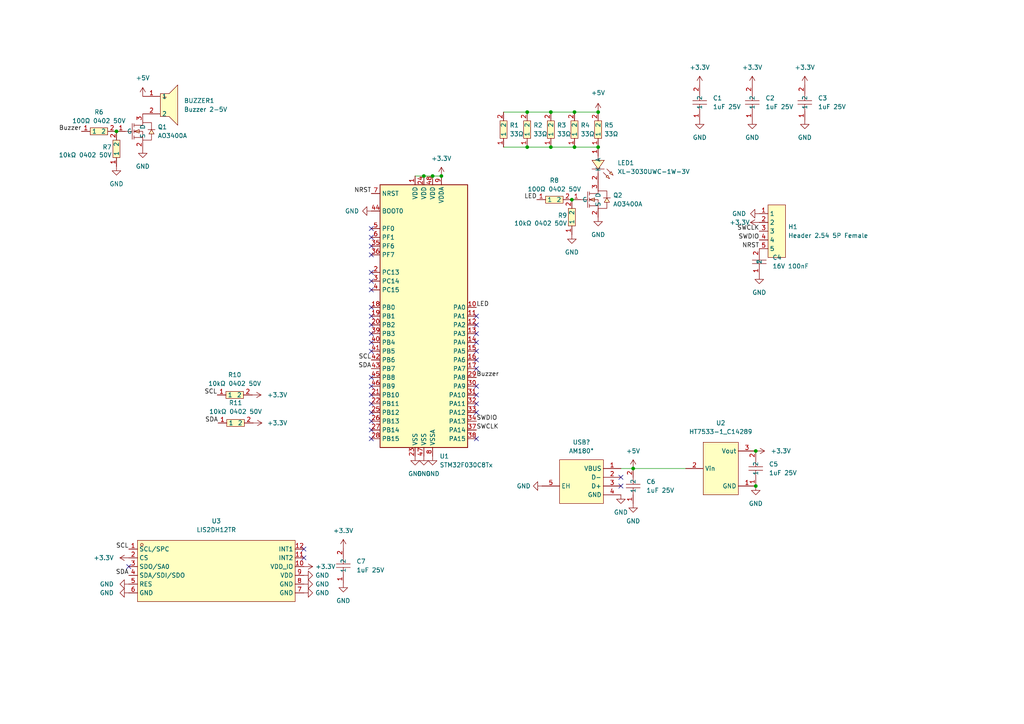
<source format=kicad_sch>
(kicad_sch (version 20211123) (generator eeschema)
  (paper "A4")
  (lib_symbols
    (symbol "MCU_ST_STM32F0:STM32F030C8Tx"
      (property "Reference" "U" (at -12.7 39.37 0))
      (property "Value" "STM32F030C8Tx" (at 7.62 39.37 0))
      (symbol "STM32F030C8Tx_0_1"
        (rectangle (start -12.7 -38.1) (end 12.7 38.1) (stroke (width 0.254)) (fill (type background)))
      )
      (symbol "STM32F030C8Tx_1_1"
        (pin power_in line (at -2.54 40.64 270) (length 2.54) (name "VDD") (number "1"))
        (pin bidirectional line (at 15.24 2.54 180) (length 2.54) (name "PA0") (number "10"))
        (pin bidirectional line (at 15.24 0 180) (length 2.54) (name "PA1") (number "11"))
        (pin bidirectional line (at 15.24 -2.54 180) (length 2.54) (name "PA2") (number "12"))
        (pin bidirectional line (at 15.24 -5.08 180) (length 2.54) (name "PA3") (number "13"))
        (pin bidirectional line (at 15.24 -7.62 180) (length 2.54) (name "PA4") (number "14"))
        (pin bidirectional line (at 15.24 -10.16 180) (length 2.54) (name "PA5") (number "15"))
        (pin bidirectional line (at 15.24 -12.7 180) (length 2.54) (name "PA6") (number "16"))
        (pin bidirectional line (at 15.24 -15.24 180) (length 2.54) (name "PA7") (number "17"))
        (pin bidirectional line (at -15.24 2.54 0) (length 2.54) (name "PB0") (number "18"))
        (pin bidirectional line (at -15.24 0 0) (length 2.54) (name "PB1") (number "19"))
        (pin bidirectional line (at -15.24 12.7 0) (length 2.54) (name "PC13") (number "2"))
        (pin bidirectional line (at -15.24 -2.54 0) (length 2.54) (name "PB2") (number "20"))
        (pin bidirectional line (at -15.24 -22.86 0) (length 2.54) (name "PB10") (number "21"))
        (pin bidirectional line (at -15.24 -25.4 0) (length 2.54) (name "PB11") (number "22"))
        (pin power_in line (at -2.54 -40.64 90) (length 2.54) (name "VSS") (number "23"))
        (pin power_in line (at 0 40.64 270) (length 2.54) (name "VDD") (number "24"))
        (pin bidirectional line (at -15.24 -27.94 0) (length 2.54) (name "PB12") (number "25"))
        (pin bidirectional line (at -15.24 -30.48 0) (length 2.54) (name "PB13") (number "26"))
        (pin bidirectional line (at -15.24 -33.02 0) (length 2.54) (name "PB14") (number "27"))
        (pin bidirectional line (at -15.24 -35.56 0) (length 2.54) (name "PB15") (number "28"))
        (pin bidirectional line (at 15.24 -17.78 180) (length 2.54) (name "PA8") (number "29"))
        (pin bidirectional line (at -15.24 10.16 0) (length 2.54) (name "PC14") (number "3"))
        (pin bidirectional line (at 15.24 -20.32 180) (length 2.54) (name "PA9") (number "30"))
        (pin bidirectional line (at 15.24 -22.86 180) (length 2.54) (name "PA10") (number "31"))
        (pin bidirectional line (at 15.24 -25.4 180) (length 2.54) (name "PA11") (number "32"))
        (pin bidirectional line (at 15.24 -27.94 180) (length 2.54) (name "PA12") (number "33"))
        (pin bidirectional line (at 15.24 -30.48 180) (length 2.54) (name "PA13") (number "34"))
        (pin bidirectional line (at -15.24 20.32 0) (length 2.54) (name "PF6") (number "35"))
        (pin bidirectional line (at -15.24 17.78 0) (length 2.54) (name "PF7") (number "36"))
        (pin bidirectional line (at 15.24 -33.02 180) (length 2.54) (name "PA14") (number "37"))
        (pin bidirectional line (at 15.24 -35.56 180) (length 2.54) (name "PA15") (number "38"))
        (pin bidirectional line (at -15.24 -5.08 0) (length 2.54) (name "PB3") (number "39"))
        (pin bidirectional line (at -15.24 7.62 0) (length 2.54) (name "PC15") (number "4"))
        (pin bidirectional line (at -15.24 -7.62 0) (length 2.54) (name "PB4") (number "40"))
        (pin bidirectional line (at -15.24 -10.16 0) (length 2.54) (name "PB5") (number "41"))
        (pin bidirectional line (at -15.24 -12.7 0) (length 2.54) (name "PB6") (number "42"))
        (pin bidirectional line (at -15.24 -15.24 0) (length 2.54) (name "PB7") (number "43"))
        (pin input line (at -15.24 30.48 0) (length 2.54) (name "BOOT0") (number "44"))
        (pin bidirectional line (at -15.24 -17.78 0) (length 2.54) (name "PB8") (number "45"))
        (pin bidirectional line (at -15.24 -20.32 0) (length 2.54) (name "PB9") (number "46"))
        (pin power_in line (at 0 -40.64 90) (length 2.54) (name "VSS") (number "47"))
        (pin power_in line (at 2.54 40.64 270) (length 2.54) (name "VDD") (number "48"))
        (pin input line (at -15.24 25.4 0) (length 2.54) (name "PF0") (number "5"))
        (pin input line (at -15.24 22.86 0) (length 2.54) (name "PF1") (number "6"))
        (pin input line (at -15.24 35.56 0) (length 2.54) (name "NRST") (number "7"))
        (pin power_in line (at 2.54 -40.64 90) (length 2.54) (name "VSSA") (number "8"))
        (pin power_in line (at 5.08 40.64 270) (length 2.54) (name "VDDA") (number "9"))
      )
    )
    (symbol "easyeda2kicad:100Ω 0402 50V"
      (property "Reference" "R" (at 0 5.08 0))
      (property "Value" "100Ω 0402 50V" (at 0 -5.08 0))
      (symbol "100Ω 0402 50V_0_1"
        (rectangle (start -2.54 1.02) (end 2.54 -1.02) (fill (type background)))
        (pin input line (at -5.08 0 0) (length 2.54) (name "1") (number "1"))
        (pin input line (at 5.08 0 180) (length 2.54) (name "2") (number "2"))
      )
    )
    (symbol "easyeda2kicad:10kΩ 0402 50V"
      (property "Reference" "R" (at 0 5.08 0))
      (property "Value" "10kΩ 0402 50V" (at 0 -5.08 0))
      (symbol "10kΩ 0402 50V_0_1"
        (rectangle (start -2.54 1.02) (end 2.54 -1.02) (fill (type background)))
        (pin input line (at -5.08 0 0) (length 2.54) (name "1") (number "1"))
        (pin input line (at 5.08 0 180) (length 2.54) (name "2") (number "2"))
      )
    )
    (symbol "easyeda2kicad:33Ω 0805 150V"
      (property "Reference" "R" (at 0 5.08 0))
      (property "Value" "33Ω 0805 150V" (at 0 -5.08 0))
      (symbol "33Ω 0805 150V_0_1"
        (rectangle (start -2.54 1.02) (end 2.54 -1.02) (fill (type background)))
        (pin input line (at -5.08 0 0) (length 2.54) (name "1") (number "1"))
        (pin input line (at 5.08 0 180) (length 2.54) (name "2") (number "2"))
      )
    )
    (symbol "easyeda2kicad:AM180°"
      (property "Reference" "USB" (at 0 10.16 0))
      (property "Value" "AM 180°" (at 0 -7.62 0))
      (symbol "AM180°_0_1"
        (rectangle (start -7.62 7.62) (end 5.08 -5.08) (fill (type background)))
        (pin input line (at 10.16 5.08 180) (length 5.08) (name "VBUS") (number "1"))
        (pin input line (at 10.16 2.54 180) (length 5.08) (name "D-") (number "2"))
        (pin input line (at 10.16 0 180) (length 5.08) (name "D+") (number "3"))
        (pin input line (at 10.16 -2.54 180) (length 5.08) (name "GND") (number "4"))
        (pin input line (at -12.7 0 0) (length 5.08) (name "EH") (number "5"))
      )
    )
    (symbol "easyeda2kicad:AO3400A"
      (property "Reference" "Q" (at 0 10.16 0))
      (property "Value" "AO3400A" (at 0 -10.16 0))
      (symbol "AO3400A_0_1"
        (polyline (pts (xy -2.54 0) (xy -0.51 0)))
        (polyline (pts (xy -0.51 2.29) (xy -0.51 -2.29)))
        (polyline (pts (xy 0 -2.29) (xy 0 -1.27)))
        (polyline (pts (xy 0 -0.51) (xy 0 0.51)))
        (polyline (pts (xy 0 2.29) (xy 0 1.27)))
        (polyline (pts (xy 2.54 -1.78) (xy 0 -1.78)))
        (polyline (pts (xy 0 0) (xy 1.52 -0.51) (xy 1.52 0.51) (xy 0 0)) (fill (type background)))
        (polyline (pts (xy 5.08 0.51) (xy 4.32 -0.76) (xy 5.84 -0.76) (xy 5.08 0.51)) (fill (type background)))
        (polyline (pts (xy 6.1 0.51) (xy 5.59 0.51) (xy 4.57 0.51) (xy 4.06 0.51)))
        (polyline (pts (xy 0 0) (xy 2.54 0) (xy 2.54 -2.54) (xy 5.08 -2.54) (xy 5.08 -0.76)))
        (polyline (pts (xy 0 1.78) (xy 2.54 1.78) (xy 2.54 2.54) (xy 5.08 2.54) (xy 5.08 0.51)))
        (pin unspecified line (at -5.08 0 0) (length 2.54) (name "G") (number "1"))
        (pin unspecified line (at 2.54 -5.08 90) (length 2.54) (name "S") (number "2"))
        (pin unspecified line (at 2.54 5.08 270) (length 2.54) (name "D") (number "3"))
      )
    )
    (symbol "easyeda2kicad:Buzzer 2-5V"
      (property "Reference" "BUZZER" (at 0 7.62 0))
      (property "Value" "Buzzer 2-5V" (at 0 -7.62 0))
      (symbol "Buzzer 2-5V_0_1"
        (polyline (pts (xy 0.76 2.29) (xy 1.78 2.29)))
        (polyline (pts (xy 1.27 2.79) (xy 1.27 1.78)))
        (polyline (pts (xy 0 1.78) (xy 0 -3.3) (xy 2.54 -3.3) (xy 5.08 -5.84) (xy 5.08 5.84) (xy 2.54 3.3) (xy 0 3.3) (xy 0 1.78)) (fill (type background)))
        (pin unspecified line (at -5.08 2.54 0) (length 5.08) (name "1") (number "1"))
        (pin unspecified line (at -5.08 -2.54 0) (length 5.08) (name "2") (number "2"))
      )
    )
    (symbol "easyeda2kicad:CL05A105KA5NQNC"
      (property "Reference" "C" (at 0 5.08 0))
      (property "Value" "CL05A105KA5NQNC" (at 0 -5.08 0))
      (symbol "CL05A105KA5NQNC_0_1"
        (polyline (pts (xy -0.51 -2.03) (xy -0.51 2.03)))
        (polyline (pts (xy -0.51 0) (xy -2.54 0)))
        (polyline (pts (xy 0.51 2.03) (xy 0.51 -2.03)))
        (polyline (pts (xy 2.54 0) (xy 0.51 0)))
        (pin unspecified line (at -5.08 0 0) (length 2.54) (name "1") (number "1"))
        (pin unspecified line (at 5.08 0 180) (length 2.54) (name "2") (number "2"))
      )
    )
    (symbol "easyeda2kicad:CL05B104KO5NNNC"
      (property "Reference" "C" (at 0 5.08 0))
      (property "Value" "CL05B104KO5NNNC" (at 0 -5.08 0))
      (symbol "CL05B104KO5NNNC_0_1"
        (polyline (pts (xy -1.27 0) (xy -0.51 0)))
        (polyline (pts (xy -0.51 2.03) (xy -0.51 -2.03)))
        (polyline (pts (xy 0.51 0) (xy 1.27 0)))
        (polyline (pts (xy 0.51 2.03) (xy 0.51 -2.03)))
        (pin input line (at -3.81 0 0) (length 2.54) (name "1") (number "1"))
        (pin input line (at 3.81 0 180) (length 2.54) (name "2") (number "2"))
      )
    )
    (symbol "easyeda2kicad:HT7533-1_C14289"
      (property "Reference" "U" (at 0 10.16 0))
      (property "Value" "HT7533-1_C14289" (at 0 -10.16 0))
      (symbol "HT7533-1_C14289_0_1"
        (rectangle (start -5.08 7.62) (end 5.08 -7.62) (fill (type background)))
        (pin unspecified line (at 10.16 -5.08 180) (length 5.08) (name "GND") (number "1"))
        (pin unspecified line (at -10.16 0 0) (length 5.08) (name "Vin") (number "2"))
        (pin unspecified line (at 10.16 5.08 180) (length 5.08) (name "Vout") (number "3"))
      )
    )
    (symbol "easyeda2kicad:Header 2.54 5P Female"
      (property "Reference" "H" (at 0 10.16 0))
      (property "Value" "Header 2.54 5P Female" (at 0 -10.16 0))
      (symbol "Header 2.54 5P Female_0_1"
        (rectangle (start -1.27 7.62) (end 3.81 -7.62) (fill (type background)))
        (pin input line (at -3.81 5.08 0) (length 2.54) (name "1") (number "1"))
        (pin input line (at -3.81 2.54 0) (length 2.54) (name "2") (number "2"))
        (pin input line (at -3.81 0 0) (length 2.54) (name "3") (number "3"))
        (pin input line (at -3.81 -2.54 0) (length 2.54) (name "4") (number "4"))
        (pin input line (at -3.81 -5.08 0) (length 2.54) (name "5") (number "5"))
      )
    )
    (symbol "easyeda2kicad:LIS2DH12TR"
      (property "Reference" "U" (at 0 11.43 0))
      (property "Value" "LIS2DH12TR" (at 0 -11.43 0))
      (symbol "LIS2DH12TR_0_1"
        (rectangle (start -22.86 8.89) (end 22.86 -8.89) (fill (type background)))
        (circle (center -21.59 7.62) (radius 0.38))
        (pin unspecified line (at -25.4 6.35 0) (length 2.54) (name "SCL/SPC") (number "1"))
        (pin unspecified line (at 25.4 1.27 180) (length 2.54) (name "VDD_IO") (number "10"))
        (pin unspecified line (at 25.4 3.81 180) (length 2.54) (name "INT2") (number "11"))
        (pin unspecified line (at 25.4 6.35 180) (length 2.54) (name "INT1") (number "12"))
        (pin unspecified line (at -25.4 3.81 0) (length 2.54) (name "CS") (number "2"))
        (pin unspecified line (at -25.4 1.27 0) (length 2.54) (name "SDO/SA0") (number "3"))
        (pin unspecified line (at -25.4 -1.27 0) (length 2.54) (name "SDA/SDI/SDO") (number "4"))
        (pin unspecified line (at -25.4 -3.81 0) (length 2.54) (name "RES") (number "5"))
        (pin unspecified line (at -25.4 -6.35 0) (length 2.54) (name "GND") (number "6"))
        (pin unspecified line (at 25.4 -6.35 180) (length 2.54) (name "GND") (number "7"))
        (pin unspecified line (at 25.4 -3.81 180) (length 2.54) (name "GND") (number "8"))
        (pin unspecified line (at 25.4 -1.27 180) (length 2.54) (name "VDD") (number "9"))
      )
    )
    (symbol "easyeda2kicad:XL-3030UWC-1W-3V"
      (property "Reference" "LED" (at 0 5.08 0))
      (property "Value" "XL-3030UWC-1W-3V" (at 0 -5.08 0))
      (symbol "XL-3030UWC-1W-3V_0_1"
        (polyline (pts (xy -2.54 0) (xy -1.27 0)))
        (polyline (pts (xy 1.27 0) (xy 2.54 0)))
        (polyline (pts (xy 1.27 1.78) (xy 1.27 -1.78)))
        (polyline (pts (xy 1.27 2.54) (xy 2.29 3.56) (xy 1.27 2.54)) (fill (type background)))
        (polyline (pts (xy 2.29 1.52) (xy 3.3 2.54) (xy 2.29 1.52)) (fill (type background)))
        (polyline (pts (xy -1.27 1.78) (xy 1.27 0) (xy -1.27 -1.78) (xy -1.27 1.78)) (fill (type background)))
        (polyline (pts (xy 3.05 4.32) (xy 2.03 3.81) (xy 2.54 3.3) (xy 3.05 4.32)) (fill (type background)))
        (polyline (pts (xy 4.06 3.3) (xy 3.05 2.79) (xy 3.56 2.29) (xy 4.06 3.3)) (fill (type background)))
        (pin unspecified line (at -5.08 0 0) (length 2.54) (name "A") (number "1"))
        (pin unspecified line (at 5.08 0 180) (length 2.54) (name "K") (number "2"))
      )
    )
    (symbol "power:+3.3V" (power) (pin_names (offset 0))
      (property "Value" "+3.3V" (at 0 3.556 0))
      (symbol "+3.3V_0_1"
        (polyline (pts (xy -0.762 1.27) (xy 0 2.54)))
        (polyline (pts (xy 0 0) (xy 0 2.54)))
        (polyline (pts (xy 0 2.54) (xy 0.762 1.27)))
      )
      (symbol "+3.3V_1_1"
        (pin power_in line (at 0 0 90) (length 0) hide (name "+3.3V") (number "1"))
      )
    )
    (symbol "power:+5V" (power) (pin_names (offset 0))
      (property "Value" "+5V" (at 0 3.556 0))
      (symbol "+5V_0_1"
        (polyline (pts (xy -0.762 1.27) (xy 0 2.54)))
        (polyline (pts (xy 0 0) (xy 0 2.54)))
        (polyline (pts (xy 0 2.54) (xy 0.762 1.27)))
      )
      (symbol "+5V_1_1"
        (pin power_in line (at 0 0 90) (length 0) hide (name "+5V") (number "1"))
      )
    )
    (symbol "power:GND" (power) (pin_names (offset 0))
      (property "Value" "GND" (at 0 -3.81 0))
      (symbol "GND_0_1"
        (polyline (pts (xy 0 0) (xy 0 -1.27) (xy 1.27 -1.27) (xy 0 -2.54) (xy -1.27 -1.27) (xy 0 -1.27)))
      )
      (symbol "GND_1_1"
        (pin power_in line (at 0 0 270) (length 0) hide (name "GND") (number "1"))
      )
    )
  )
  (junction (at 166.624 32.512))
  (junction (at 219.202 130.81))
  (junction (at 152.908 42.672))
  (junction (at 128.016 51.054))
  (junction (at 173.482 42.672))
  (junction (at 159.766 42.672))
  (junction (at 166.624 42.672))
  (junction (at 122.936 51.054))
  (junction (at 183.642 135.89))
  (junction (at 219.202 140.97))
  (junction (at 152.908 32.512))
  (junction (at 173.482 32.512))
  (junction (at 165.862 57.912))
  (junction (at 125.476 51.054))
  (junction (at 159.766 32.512))
  (junction (at 33.782 38.1))
  (no_connect (at 180.086 140.97))
  (no_connect (at 107.696 99.314))
  (no_connect (at 107.696 84.074))
  (no_connect (at 138.176 94.234))
  (no_connect (at 107.696 94.234))
  (no_connect (at 107.696 117.094))
  (no_connect (at 138.176 91.694))
  (no_connect (at 138.176 99.314))
  (no_connect (at 88.138 159.258))
  (no_connect (at 107.696 124.714))
  (no_connect (at 138.176 119.634))
  (no_connect (at 107.696 81.534))
  (no_connect (at 107.696 114.554))
  (no_connect (at 37.338 164.338))
  (no_connect (at 107.696 68.834))
  (no_connect (at 107.696 91.694))
  (no_connect (at 107.696 122.174))
  (no_connect (at 138.176 114.554))
  (no_connect (at 138.176 104.394))
  (no_connect (at 107.696 101.854))
  (no_connect (at 107.696 78.994))
  (no_connect (at 107.696 127.254))
  (no_connect (at 180.086 138.43))
  (no_connect (at 138.176 117.094))
  (no_connect (at 107.696 89.154))
  (no_connect (at 138.176 96.774))
  (no_connect (at 107.696 112.014))
  (no_connect (at 107.696 119.634))
  (no_connect (at 107.696 66.294))
  (no_connect (at 107.696 96.774))
  (no_connect (at 138.176 101.854))
  (no_connect (at 107.696 109.474))
  (no_connect (at 138.176 112.014))
  (no_connect (at 138.176 127.254))
  (no_connect (at 107.696 73.914))
  (no_connect (at 107.696 71.374))
  (no_connect (at 138.176 106.934))
  (no_connect (at 88.138 161.798))
  (wire (pts (xy 152.908 42.672) (xy 159.766 42.672)))
  (wire (pts (xy 183.642 135.89) (xy 198.882 135.89)))
  (wire (pts (xy 146.05 42.672) (xy 152.908 42.672)))
  (wire (pts (xy 120.396 51.054) (xy 122.936 51.054)))
  (wire (pts (xy 166.624 42.672) (xy 173.482 42.672)))
  (wire (pts (xy 159.766 32.512) (xy 166.624 32.512)))
  (wire (pts (xy 146.05 32.512) (xy 152.908 32.512)))
  (wire (pts (xy 166.624 32.512) (xy 173.482 32.512)))
  (wire (pts (xy 152.908 32.512) (xy 159.766 32.512)))
  (wire (pts (xy 159.766 42.672) (xy 166.624 42.672)))
  (wire (pts (xy 122.936 51.054) (xy 125.476 51.054)))
  (wire (pts (xy 125.476 51.054) (xy 128.016 51.054)))
  (wire (pts (xy 180.086 135.89) (xy 183.642 135.89)))
  (label "Buzzer" (at 23.622 38.1 180))
  (label "SWCLK" (at 138.176 124.714 0))
  (label "SWCLK" (at 220.218 67.056 180))
  (label "NRST" (at 107.696 56.134 180))
  (label "LED" (at 155.702 57.912 180))
  (label "SWDIO" (at 220.218 69.596 180))
  (label "SDA" (at 107.696 106.934 180))
  (label "SDA" (at 63.246 122.682 180))
  (label "SCL" (at 107.696 104.394 180))
  (label "SCL" (at 62.992 114.554 180))
  (label "SWDIO" (at 138.176 122.174 0))
  (label "NRST" (at 220.218 72.136 180))
  (label "Buzzer" (at 138.176 109.474 0))
  (label "SDA" (at 37.338 166.878 180))
  (label "LED" (at 138.176 89.154 0))
  (label "SCL" (at 37.338 159.258 180))
  (symbol (lib_id "easyeda2kicad:CL05A105KA5NQNC") (at 219.202 135.89 90) (unit 1)
    (property "Reference" "C5" (at 223.012 134.6199 90) (effects (justify right)))
    (property "Value" "1uF 25V" (at 223.012 137.1599 90) (effects (justify right)))
    (property "Footprint" "easyeda2kicad:C0402" (effects hide))
    (property "Datasheet" "https://lcsc.com/product-detail/Multilayer-Ceramic-Capacitors-MLCC-SMD-SMT_SAMSUNG_CL05A105KA5NQNC_1uF-105-10-25V_C52923.html" (effects hide))
    (property "Manufacturer" "SAMSUNG(三星)" (effects hide))
    (property "LCSC Part" "C52923" (effects hide))
    (property "JLC Part" "Basic Part" (effects hide))
  )
  (symbol (lib_id "easyeda2kicad:CL05A105KA5NQNC") (at 99.568 164.084 90) (unit 1)
    (property "Reference" "C7" (at 103.378 162.8139 90) (effects (justify right)))
    (property "Value" "1uF 25V" (at 103.378 165.3539 90) (effects (justify right)))
    (property "Footprint" "easyeda2kicad:C0402" (effects hide))
    (property "Datasheet" "https://lcsc.com/product-detail/Multilayer-Ceramic-Capacitors-MLCC-SMD-SMT_SAMSUNG_CL05A105KA5NQNC_1uF-105-10-25V_C52923.html" (effects hide))
    (property "Manufacturer" "SAMSUNG(三星)" (effects hide))
    (property "LCSC Part" "C52923" (effects hide))
    (property "JLC Part" "Basic Part" (effects hide))
  )
  (symbol (lib_id "easyeda2kicad:AO3400A") (at 38.862 38.1 0) (unit 1)
    (property "Reference" "Q1" (at 45.72 36.8299 0) (effects (justify left)))
    (property "Value" "AO3400A" (at 45.72 39.3699 0) (effects (justify left)))
    (property "Footprint" "easyeda2kicad:SOT-23-3_L2.9-W1.6-P1.90-LS2.8-BR" (effects hide))
    (property "Datasheet" "https://lcsc.com/product-detail/MOSFET_AOS_AO3400A_AO3400A_C20917.html" (effects hide))
    (property "Manufacturer" "AOS" (effects hide))
    (property "LCSC Part" "C20917" (effects hide))
    (property "JLC Part" "Basic Part" (effects hide))
  )
  (symbol (lib_id "power:+3.3V") (at 73.406 122.682 270) (unit 1)
    (property "Reference" "#PWR019" (effects hide))
    (property "Value" "+3.3V" (at 77.47 122.6819 90) (effects (justify left)))
  )
  (symbol (lib_id "power:+3.3V") (at 99.568 159.004 0) (unit 1)
    (property "Reference" "#PWR030" (effects hide))
    (property "Value" "+3.3V" (at 99.568 153.924 0))
  )
  (symbol (lib_id "power:+5V") (at 183.642 135.89 0) (unit 1)
    (property "Reference" "#PWR025" (effects hide))
    (property "Value" "+5V" (at 183.642 130.81 0))
  )
  (symbol (lib_id "power:GND") (at 37.338 171.958 270) (unit 1)
    (property "Reference" "#PWR037" (effects hide))
    (property "Value" "GND" (at 33.02 171.9579 90) (effects (justify right)))
  )
  (symbol (lib_id "power:+3.3V") (at 202.946 24.638 0) (unit 1)
    (property "Reference" "#PWR01" (effects hide))
    (property "Value" "+3.3V" (at 202.946 19.558 0))
  )
  (symbol (lib_id "easyeda2kicad:AO3400A") (at 170.942 57.912 0) (unit 1)
    (property "Reference" "Q2" (at 177.8 56.6419 0) (effects (justify left)))
    (property "Value" "AO3400A" (at 177.8 59.1819 0) (effects (justify left)))
    (property "Footprint" "easyeda2kicad:SOT-23-3_L2.9-W1.6-P1.90-LS2.8-BR" (effects hide))
    (property "Datasheet" "https://lcsc.com/product-detail/MOSFET_AOS_AO3400A_AO3400A_C20917.html" (effects hide))
    (property "Manufacturer" "AOS" (effects hide))
    (property "LCSC Part" "C20917" (effects hide))
    (property "JLC Part" "Basic Part" (effects hide))
  )
  (symbol (lib_id "power:+3.3V") (at 218.186 24.638 0) (unit 1)
    (property "Reference" "#PWR02" (effects hide))
    (property "Value" "+3.3V" (at 218.186 19.558 0))
  )
  (symbol (lib_id "power:GND") (at 33.782 48.26 0) (unit 1)
    (property "Reference" "#PWR010" (effects hide))
    (property "Value" "GND" (at 33.782 53.34 0))
  )
  (symbol (lib_id "power:GND") (at 122.936 132.334 0) (unit 1)
    (property "Reference" "#PWR023" (effects hide))
    (property "Value" "GND" (at 122.936 137.414 0))
  )
  (symbol (lib_id "power:GND") (at 99.568 169.164 0) (unit 1)
    (property "Reference" "#PWR034" (effects hide))
    (property "Value" "GND" (at 99.568 174.244 0))
  )
  (symbol (lib_id "power:+3.3V") (at 233.426 24.638 0) (unit 1)
    (property "Reference" "#PWR03" (effects hide))
    (property "Value" "+3.3V" (at 233.426 19.558 0))
  )
  (symbol (lib_id "easyeda2kicad:10kΩ 0402 50V") (at 165.862 62.992 90) (unit 1)
    (property "Reference" "R9" (at 161.798 62.484 90) (effects (justify right)))
    (property "Value" "10kΩ 0402 50V" (at 149.098 64.77 90) (effects (justify right)))
    (property "Footprint" "easyeda2kicad:R0402" (effects hide))
    (property "Datasheet" "https://lcsc.com/product-detail/Chip-Resistor-Surface-Mount-UniOhm_10KR-1002-1_C25744.html" (effects hide))
    (property "Manufacturer" "UNI-ROYAL(厚声)" (effects hide))
    (property "LCSC Part" "C25744" (effects hide))
    (property "JLC Part" "Basic Part" (effects hide))
  )
  (symbol (lib_id "power:GND") (at 120.396 132.334 0) (unit 1)
    (property "Reference" "#PWR022" (effects hide))
    (property "Value" "GND" (at 120.396 137.414 0))
  )
  (symbol (lib_id "power:GND") (at 165.862 68.072 0) (unit 1)
    (property "Reference" "#PWR016" (effects hide))
    (property "Value" "GND" (at 165.862 73.152 0))
  )
  (symbol (lib_id "easyeda2kicad:100Ω 0402 50V") (at 160.782 57.912 0) (unit 1)
    (property "Reference" "R8" (at 160.782 52.324 0))
    (property "Value" "100Ω 0402 50V" (at 160.782 54.864 0))
    (property "Footprint" "easyeda2kicad:R0402" (effects hide))
    (property "Datasheet" "https://lcsc.com/product-detail/Chip-Resistor-Surface-Mount-UniOhm_100R-1000-1_C25076.html" (effects hide))
    (property "Manufacturer" "UNI-ROYAL(厚声)" (effects hide))
    (property "LCSC Part" "C25076" (effects hide))
    (property "JLC Part" "Basic Part" (effects hide))
  )
  (symbol (lib_id "easyeda2kicad:33Ω 0805 150V") (at 152.908 37.592 90) (unit 1)
    (property "Reference" "R2" (at 154.686 36.3219 90) (effects (justify right)))
    (property "Value" "33Ω" (at 154.686 38.8619 90) (effects (justify right)))
    (property "Footprint" "easyeda2kicad:R0805" (effects hide))
    (property "Datasheet" "https://lcsc.com/product-detail/Chip-Resistor-Surface-Mount-UniOhm_33R-33R0-1_C17634.html" (effects hide))
    (property "Manufacturer" "UNI-ROYAL(厚声)" (effects hide))
    (property "LCSC Part" "C17634" (effects hide))
    (property "JLC Part" "Basic Part" (effects hide))
  )
  (symbol (lib_id "easyeda2kicad:10kΩ 0402 50V") (at 68.072 114.554 0) (unit 1)
    (property "Reference" "R10" (at 68.072 108.712 0))
    (property "Value" "10kΩ 0402 50V" (at 68.072 111.252 0))
    (property "Footprint" "easyeda2kicad:R0402" (effects hide))
    (property "Datasheet" "https://lcsc.com/product-detail/Chip-Resistor-Surface-Mount-UniOhm_10KR-1002-1_C25744.html" (effects hide))
    (property "Manufacturer" "UNI-ROYAL(厚声)" (effects hide))
    (property "LCSC Part" "C25744" (effects hide))
    (property "JLC Part" "Basic Part" (effects hide))
  )
  (symbol (lib_id "easyeda2kicad:CL05A105KA5NQNC") (at 183.642 140.97 90) (unit 1)
    (property "Reference" "C6" (at 187.452 139.6999 90) (effects (justify right)))
    (property "Value" "1uF 25V" (at 187.452 142.2399 90) (effects (justify right)))
    (property "Footprint" "easyeda2kicad:C0402" (effects hide))
    (property "Datasheet" "https://lcsc.com/product-detail/Multilayer-Ceramic-Capacitors-MLCC-SMD-SMT_SAMSUNG_CL05A105KA5NQNC_1uF-105-10-25V_C52923.html" (effects hide))
    (property "Manufacturer" "SAMSUNG(三星)" (effects hide))
    (property "LCSC Part" "C52923" (effects hide))
    (property "JLC Part" "Basic Part" (effects hide))
  )
  (symbol (lib_id "easyeda2kicad:10kΩ 0402 50V") (at 33.782 43.18 90) (unit 1)
    (property "Reference" "R7" (at 29.718 42.672 90) (effects (justify right)))
    (property "Value" "10kΩ 0402 50V" (at 17.018 44.958 90) (effects (justify right)))
    (property "Footprint" "easyeda2kicad:R0402" (effects hide))
    (property "Datasheet" "https://lcsc.com/product-detail/Chip-Resistor-Surface-Mount-UniOhm_10KR-1002-1_C25744.html" (effects hide))
    (property "Manufacturer" "UNI-ROYAL(厚声)" (effects hide))
    (property "LCSC Part" "C25744" (effects hide))
    (property "JLC Part" "Basic Part" (effects hide))
  )
  (symbol (lib_id "easyeda2kicad:CL05B104KO5NNNC") (at 220.218 75.946 90) (unit 1)
    (property "Reference" "C4" (at 224.028 74.6759 90) (effects (justify right)))
    (property "Value" "16V 100nF" (at 224.028 77.2159 90) (effects (justify right)))
    (property "Footprint" "easyeda2kicad:C0402_NEW" (effects hide))
    (property "Datasheet" "https://lcsc.com/product-detail/Multilayer-Ceramic-Capacitors-MLCC-SMD-SMT_SAMSUNG_CL05B104KO5NNNC_100nF-104-10-16V_C1525.html" (effects hide))
    (property "Manufacturer" "SAMSUNG(三星)" (effects hide))
    (property "LCSC Part" "C1525" (effects hide))
    (property "JLC Part" "Basic Part" (effects hide))
  )
  (symbol (lib_id "power:GND") (at 88.138 166.878 90) (unit 1)
    (property "Reference" "#PWR033" (effects hide))
    (property "Value" "GND" (at 91.44 166.8779 90) (effects (justify right)))
  )
  (symbol (lib_id "easyeda2kicad:100Ω 0402 50V") (at 28.702 38.1 0) (unit 1)
    (property "Reference" "R6" (at 28.702 32.512 0))
    (property "Value" "100Ω 0402 50V" (at 28.702 35.052 0))
    (property "Footprint" "easyeda2kicad:R0402" (effects hide))
    (property "Datasheet" "https://lcsc.com/product-detail/Chip-Resistor-Surface-Mount-UniOhm_100R-1000-1_C25076.html" (effects hide))
    (property "Manufacturer" "UNI-ROYAL(厚声)" (effects hide))
    (property "LCSC Part" "C25076" (effects hide))
    (property "JLC Part" "Basic Part" (effects hide))
  )
  (symbol (lib_id "easyeda2kicad:33Ω 0805 150V") (at 166.624 37.592 90) (unit 1)
    (property "Reference" "R4" (at 168.402 36.3219 90) (effects (justify right)))
    (property "Value" "33Ω" (at 168.402 38.8619 90) (effects (justify right)))
    (property "Footprint" "easyeda2kicad:R0805" (effects hide))
    (property "Datasheet" "https://lcsc.com/product-detail/Chip-Resistor-Surface-Mount-UniOhm_33R-33R0-1_C17634.html" (effects hide))
    (property "Manufacturer" "UNI-ROYAL(厚声)" (effects hide))
    (property "LCSC Part" "C17634" (effects hide))
    (property "JLC Part" "Basic Part" (effects hide))
  )
  (symbol (lib_id "power:GND") (at 173.482 62.992 0) (unit 1)
    (property "Reference" "#PWR014" (effects hide))
    (property "Value" "GND" (at 173.482 68.072 0))
  )
  (symbol (lib_id "easyeda2kicad:33Ω 0805 150V") (at 159.766 37.592 90) (unit 1)
    (property "Reference" "R3" (at 161.544 36.3219 90) (effects (justify right)))
    (property "Value" "33Ω" (at 161.544 38.8619 90) (effects (justify right)))
    (property "Footprint" "easyeda2kicad:R0805" (effects hide))
    (property "Datasheet" "https://lcsc.com/product-detail/Chip-Resistor-Surface-Mount-UniOhm_33R-33R0-1_C17634.html" (effects hide))
    (property "Manufacturer" "UNI-ROYAL(厚声)" (effects hide))
    (property "LCSC Part" "C17634" (effects hide))
    (property "JLC Part" "Basic Part" (effects hide))
  )
  (symbol (lib_id "power:+3.3V") (at 73.152 114.554 270) (unit 1)
    (property "Reference" "#PWR018" (effects hide))
    (property "Value" "+3.3V" (at 77.47 114.5539 90) (effects (justify left)))
  )
  (symbol (lib_id "power:+5V") (at 41.402 27.94 0) (unit 1)
    (property "Reference" "#PWR04" (effects hide))
    (property "Value" "+5V" (at 41.402 22.606 0))
  )
  (symbol (lib_id "power:+3.3V") (at 219.202 130.81 270) (unit 1)
    (property "Reference" "#PWR021" (effects hide))
    (property "Value" "+3.3V" (at 223.52 130.8099 90) (effects (justify left)))
  )
  (symbol (lib_id "power:GND") (at 37.338 169.418 270) (unit 1)
    (property "Reference" "#PWR035" (effects hide))
    (property "Value" "GND" (at 33.02 169.4179 90) (effects (justify right)))
  )
  (symbol (lib_id "power:GND") (at 220.218 61.976 270) (unit 1)
    (property "Reference" "#PWR013" (effects hide))
    (property "Value" "GND" (at 216.408 61.9759 90) (effects (justify right)))
  )
  (symbol (lib_id "power:+3.3V") (at 220.218 64.516 90) (unit 1)
    (property "Reference" "#PWR015" (effects hide))
    (property "Value" "+3.3V" (at 211.582 64.516 90) (effects (justify right)))
  )
  (symbol (lib_id "power:GND") (at 41.402 43.18 0) (unit 1)
    (property "Reference" "#PWR09" (effects hide))
    (property "Value" "GND" (at 41.402 48.26 0))
  )
  (symbol (lib_id "MCU_ST_STM32F0:STM32F030C8Tx") (at 122.936 91.694 0) (unit 1)
    (property "Reference" "U1" (at 127.4954 132.334 0) (effects (justify left)))
    (property "Value" "STM32F030C8Tx" (at 127.4954 134.874 0) (effects (justify left)))
    (property "Footprint" "Package_QFP:LQFP-48_7x7mm_P0.5mm" (effects hide))
    (property "Datasheet" "http://www.st.com/st-web-ui/static/active/en/resource/technical/document/datasheet/DM00088500.pdf" (effects hide))
  )
  (symbol (lib_id "power:GND") (at 157.226 140.97 270) (unit 1)
    (property "Reference" "#PWR020" (effects hide))
    (property "Value" "GND" (at 153.924 140.9699 90) (effects (justify right)))
  )
  (symbol (lib_id "easyeda2kicad:Buzzer 2-5V") (at 46.482 30.48 0) (unit 1)
    (property "Reference" "BUZZER1" (at 53.34 29.2099 0) (effects (justify left)))
    (property "Value" "Buzzer 2-5V" (at 53.34 31.7499 0) (effects (justify left)))
    (property "Footprint" "easyeda2kicad:BUZ-TH_BD9.0-P4.00-D0.6-FD" (effects hide))
    (property "Datasheet" "https://lcsc.com/product-detail/Buzzers_BuzzersQMB-09B-03_C96256.html" (effects hide))
    (property "Manufacturer" "华能" (effects hide))
    (property "LCSC Part" "C96256" (effects hide))
    (property "JLC Part" "Extended Part" (effects hide))
  )
  (symbol (lib_id "power:GND") (at 88.138 169.418 90) (unit 1)
    (property "Reference" "#PWR036" (effects hide))
    (property "Value" "GND" (at 91.44 169.4179 90) (effects (justify right)))
  )
  (symbol (lib_id "easyeda2kicad:AM180°") (at 169.926 140.97 0) (unit 1)
    (property "Reference" "USB?" (at 168.656 128.27 0))
    (property "Value" "AM180°" (at 168.656 130.81 0))
    (property "Footprint" "easyeda2kicad:USB-SMD_AM180" (effects hide))
    (property "Datasheet" "https://lcsc.com/product-detail/USB-Connectors_SHOU-HAN-AM-1800_C2681564.html" (effects hide))
    (property "Manufacturer" "SHOU HAN(首韩)" (effects hide))
    (property "LCSC Part" "C2681564" (effects hide))
    (property "JLC Part" "Extended Part" (effects hide))
  )
  (symbol (lib_id "power:+5V") (at 173.482 32.512 0) (unit 1)
    (property "Reference" "#PWR05" (effects hide))
    (property "Value" "+5V" (at 173.482 26.924 0))
  )
  (symbol (lib_id "easyeda2kicad:XL-3030UWC-1W-3V") (at 173.482 47.752 270) (unit 1)
    (property "Reference" "LED1" (at 179.07 47.2419 90) (effects (justify left)))
    (property "Value" "XL-3030UWC-1W-3V" (at 179.07 49.7819 90) (effects (justify left)))
    (property "Footprint" "easyeda2kicad:LED-SMD_L3.0-W3.0_WHITE" (effects hide))
    (property "Manufacturer" "XINGLIGHT(成兴光)" (effects hide))
    (property "LCSC Part" "C2843891" (effects hide))
    (property "JLC Part" "Extended Part" (effects hide))
  )
  (symbol (lib_id "easyeda2kicad:CL05A105KA5NQNC") (at 202.946 29.718 90) (unit 1)
    (property "Reference" "C1" (at 206.756 28.4479 90) (effects (justify right)))
    (property "Value" "1uF 25V" (at 206.756 30.9879 90) (effects (justify right)))
    (property "Footprint" "easyeda2kicad:C0402" (effects hide))
    (property "Datasheet" "https://lcsc.com/product-detail/Multilayer-Ceramic-Capacitors-MLCC-SMD-SMT_SAMSUNG_CL05A105KA5NQNC_1uF-105-10-25V_C52923.html" (effects hide))
    (property "Manufacturer" "SAMSUNG(三星)" (effects hide))
    (property "LCSC Part" "C52923" (effects hide))
    (property "JLC Part" "Basic Part" (effects hide))
  )
  (symbol (lib_id "power:+3.3V") (at 128.016 51.054 0) (unit 1)
    (property "Reference" "#PWR011" (effects hide))
    (property "Value" "+3.3V" (at 128.016 45.974 0))
  )
  (symbol (lib_id "easyeda2kicad:33Ω 0805 150V") (at 146.05 37.592 90) (unit 1)
    (property "Reference" "R1" (at 147.828 36.3219 90) (effects (justify right)))
    (property "Value" "33Ω" (at 147.828 38.8619 90) (effects (justify right)))
    (property "Footprint" "easyeda2kicad:R0805" (effects hide))
    (property "Datasheet" "https://lcsc.com/product-detail/Chip-Resistor-Surface-Mount-UniOhm_33R-33R0-1_C17634.html" (effects hide))
    (property "Manufacturer" "UNI-ROYAL(厚声)" (effects hide))
    (property "LCSC Part" "C17634" (effects hide))
    (property "JLC Part" "Basic Part" (effects hide))
  )
  (symbol (lib_id "power:GND") (at 183.642 146.05 0) (unit 1)
    (property "Reference" "#PWR028" (effects hide))
    (property "Value" "GND" (at 183.642 151.13 0))
  )
  (symbol (lib_id "power:GND") (at 125.476 132.334 0) (unit 1)
    (property "Reference" "#PWR024" (effects hide))
    (property "Value" "GND" (at 125.476 137.414 0))
  )
  (symbol (lib_id "easyeda2kicad:LIS2DH12TR") (at 62.738 165.608 0) (unit 1)
    (property "Reference" "U3" (at 62.738 151.13 0))
    (property "Value" "LIS2DH12TR" (at 62.738 153.67 0))
    (property "Footprint" "easyeda2kicad:LGA-12_L2.0-W2.0-P0.50-BL" (effects hide))
    (property "Datasheet" "https://lcsc.com/product-detail/Motion-Sensors-Accelerometers_STMicroelectronics_LIS2DH12TR_STMicroelectronics-LIS2DH12TR_C110926.html" (effects hide))
    (property "Manufacturer" "ST(意法半导体)" (effects hide))
    (property "LCSC Part" "C110926" (effects hide))
    (property "JLC Part" "Extended Part" (effects hide))
  )
  (symbol (lib_id "easyeda2kicad:CL05A105KA5NQNC") (at 218.186 29.718 90) (unit 1)
    (property "Reference" "C2" (at 221.996 28.4479 90) (effects (justify right)))
    (property "Value" "1uF 25V" (at 221.996 30.9879 90) (effects (justify right)))
    (property "Footprint" "easyeda2kicad:C0402" (effects hide))
    (property "Datasheet" "https://lcsc.com/product-detail/Multilayer-Ceramic-Capacitors-MLCC-SMD-SMT_SAMSUNG_CL05A105KA5NQNC_1uF-105-10-25V_C52923.html" (effects hide))
    (property "Manufacturer" "SAMSUNG(三星)" (effects hide))
    (property "LCSC Part" "C52923" (effects hide))
    (property "JLC Part" "Basic Part" (effects hide))
  )
  (symbol (lib_id "power:GND") (at 202.946 34.798 0) (unit 1)
    (property "Reference" "#PWR06" (effects hide))
    (property "Value" "GND" (at 202.946 39.878 0))
  )
  (symbol (lib_id "power:GND") (at 233.426 34.798 0) (unit 1)
    (property "Reference" "#PWR08" (effects hide))
    (property "Value" "GND" (at 233.426 39.878 0))
  )
  (symbol (lib_id "easyeda2kicad:HT7533-1_C14289") (at 209.042 135.89 0) (unit 1)
    (property "Reference" "U2" (at 209.042 122.682 0))
    (property "Value" "HT7533-1_C14289" (at 209.042 125.222 0))
    (property "Footprint" "easyeda2kicad:SOT-89-3_L4.5-W2.5-P1.50-LS4.2-BR" (effects hide))
    (property "Datasheet" "https://lcsc.com/product-detail/Low-Dropout-Regulators-LDO_HT7533-1_C14289.html" (effects hide))
    (property "Manufacturer" "HOLTEK(合泰/盛群)" (effects hide))
    (property "LCSC Part" "C14289" (effects hide))
    (property "JLC Part" "Basic Part" (effects hide))
  )
  (symbol (lib_id "easyeda2kicad:Header 2.54 5P Female") (at 224.028 67.056 0) (unit 1)
    (property "Reference" "H1" (at 228.6 65.7859 0) (effects (justify left)))
    (property "Value" "Header 2.54 5P Female" (at 228.6 68.3259 0) (effects (justify left)))
    (property "Footprint" "easyeda2kicad:HDR-TH_5P-P2.54-V-F" (effects hide))
    (property "Datasheet" "https://lcsc.com/product-detail/Female-Header_2-54mm-1-5p-Female-header_C50950.html" (effects hide))
    (property "Manufacturer" "BOOMELE(博穆精密)" (effects hide))
    (property "LCSC Part" "C50950" (effects hide))
    (property "JLC Part" "Extended Part" (effects hide))
  )
  (symbol (lib_id "easyeda2kicad:CL05A105KA5NQNC") (at 233.426 29.718 90) (unit 1)
    (property "Reference" "C3" (at 237.236 28.4479 90) (effects (justify right)))
    (property "Value" "1uF 25V" (at 237.236 30.9879 90) (effects (justify right)))
    (property "Footprint" "easyeda2kicad:C0402" (effects hide))
    (property "Datasheet" "https://lcsc.com/product-detail/Multilayer-Ceramic-Capacitors-MLCC-SMD-SMT_SAMSUNG_CL05A105KA5NQNC_1uF-105-10-25V_C52923.html" (effects hide))
    (property "Manufacturer" "SAMSUNG(三星)" (effects hide))
    (property "LCSC Part" "C52923" (effects hide))
    (property "JLC Part" "Basic Part" (effects hide))
  )
  (symbol (lib_id "power:+3.3V") (at 37.338 161.798 90) (unit 1)
    (property "Reference" "#PWR031" (effects hide))
    (property "Value" "+3.3V" (at 33.02 161.7979 90) (effects (justify left)))
  )
  (symbol (lib_id "power:+3.3V") (at 88.138 164.338 270) (unit 1)
    (property "Reference" "#PWR032" (effects hide))
    (property "Value" "+3.3V" (at 91.44 164.3379 90) (effects (justify left)))
  )
  (symbol (lib_id "power:GND") (at 88.138 171.958 90) (unit 1)
    (property "Reference" "#PWR038" (effects hide))
    (property "Value" "GND" (at 91.44 171.9579 90) (effects (justify right)))
  )
  (symbol (lib_id "easyeda2kicad:10kΩ 0402 50V") (at 68.326 122.682 0) (unit 1)
    (property "Reference" "R11" (at 68.326 116.84 0))
    (property "Value" "10kΩ 0402 50V" (at 68.326 119.38 0))
    (property "Footprint" "easyeda2kicad:R0402" (effects hide))
    (property "Datasheet" "https://lcsc.com/product-detail/Chip-Resistor-Surface-Mount-UniOhm_10KR-1002-1_C25744.html" (effects hide))
    (property "Manufacturer" "UNI-ROYAL(厚声)" (effects hide))
    (property "LCSC Part" "C25744" (effects hide))
    (property "JLC Part" "Basic Part" (effects hide))
  )
  (symbol (lib_id "power:GND") (at 218.186 34.798 0) (unit 1)
    (property "Reference" "#PWR07" (effects hide))
    (property "Value" "GND" (at 218.186 39.878 0))
  )
  (symbol (lib_id "power:GND") (at 180.086 143.51 0) (unit 1)
    (property "Reference" "#PWR027" (effects hide))
    (property "Value" "GND" (at 180.086 148.59 0))
  )
  (symbol (lib_id "power:GND") (at 107.696 61.214 270) (unit 1)
    (property "Reference" "#PWR012" (effects hide))
    (property "Value" "GND" (at 104.14 61.2139 90) (effects (justify right)))
  )
  (symbol (lib_id "power:GND") (at 220.218 79.756 0) (unit 1)
    (property "Reference" "#PWR017" (effects hide))
    (property "Value" "GND" (at 220.218 84.836 0))
  )
  (symbol (lib_id "easyeda2kicad:33Ω 0805 150V") (at 173.482 37.592 90) (unit 1)
    (property "Reference" "R5" (at 175.26 36.3219 90) (effects (justify right)))
    (property "Value" "33Ω" (at 175.26 38.8619 90) (effects (justify right)))
    (property "Footprint" "easyeda2kicad:R0805" (effects hide))
    (property "Datasheet" "https://lcsc.com/product-detail/Chip-Resistor-Surface-Mount-UniOhm_33R-33R0-1_C17634.html" (effects hide))
    (property "Manufacturer" "UNI-ROYAL(厚声)" (effects hide))
    (property "LCSC Part" "C17634" (effects hide))
    (property "JLC Part" "Basic Part" (effects hide))
  )
  (symbol (lib_id "power:GND") (at 219.202 140.97 0) (unit 1)
    (property "Reference" "#PWR026" (effects hide))
    (property "Value" "GND" (at 219.202 146.05 0))
  )
)
</source>
